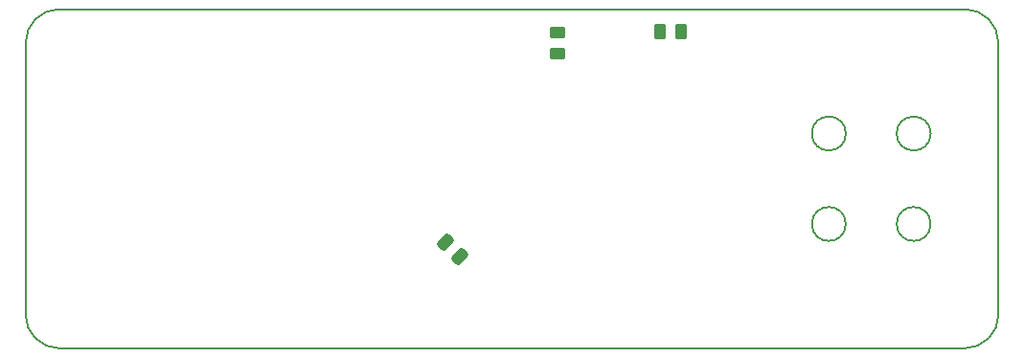
<source format=gbr>
%TF.GenerationSoftware,KiCad,Pcbnew,(6.0.7)*%
%TF.CreationDate,2023-03-06T12:08:33-08:00*%
%TF.ProjectId,Foot Pedal PCB,466f6f74-2050-4656-9461-6c205043422e,A1*%
%TF.SameCoordinates,PX8917370PY68e7780*%
%TF.FileFunction,Paste,Bot*%
%TF.FilePolarity,Positive*%
%FSLAX46Y46*%
G04 Gerber Fmt 4.6, Leading zero omitted, Abs format (unit mm)*
G04 Created by KiCad (PCBNEW (6.0.7)) date 2023-03-06 12:08:33*
%MOMM*%
%LPD*%
G01*
G04 APERTURE LIST*
G04 Aperture macros list*
%AMRoundRect*
0 Rectangle with rounded corners*
0 $1 Rounding radius*
0 $2 $3 $4 $5 $6 $7 $8 $9 X,Y pos of 4 corners*
0 Add a 4 corners polygon primitive as box body*
4,1,4,$2,$3,$4,$5,$6,$7,$8,$9,$2,$3,0*
0 Add four circle primitives for the rounded corners*
1,1,$1+$1,$2,$3*
1,1,$1+$1,$4,$5*
1,1,$1+$1,$6,$7*
1,1,$1+$1,$8,$9*
0 Add four rect primitives between the rounded corners*
20,1,$1+$1,$2,$3,$4,$5,0*
20,1,$1+$1,$4,$5,$6,$7,0*
20,1,$1+$1,$6,$7,$8,$9,0*
20,1,$1+$1,$8,$9,$2,$3,0*%
G04 Aperture macros list end*
%TA.AperFunction,Profile*%
%ADD10C,0.200000*%
%TD*%
%ADD11RoundRect,0.250000X-0.450000X0.262500X-0.450000X-0.262500X0.450000X-0.262500X0.450000X0.262500X0*%
%ADD12RoundRect,0.250000X-0.262500X-0.450000X0.262500X-0.450000X0.262500X0.450000X-0.262500X0.450000X0*%
%ADD13RoundRect,0.250000X0.512652X0.159099X0.159099X0.512652X-0.512652X-0.159099X-0.159099X-0.512652X0*%
G04 APERTURE END LIST*
D10*
X29500000Y-4000000D02*
G75*
G03*
X29500000Y-4000000I-1500000J0D01*
G01*
X-43000000Y12000000D02*
X-43000000Y9000000D01*
X43000000Y-9000000D02*
X43000000Y-12000000D01*
X40000000Y15000000D02*
X-40000000Y15000000D01*
X43000000Y12000000D02*
G75*
G03*
X40000000Y15000000I-3000000J0D01*
G01*
X-43000000Y-12000000D02*
G75*
G03*
X-40000000Y-15000000I3000000J0D01*
G01*
X43000000Y9000000D02*
X43000000Y-9000000D01*
X43000000Y9000000D02*
X43000000Y12000000D01*
X40000000Y-15000000D02*
X-40000000Y-15000000D01*
X29500000Y4000000D02*
G75*
G03*
X29500000Y4000000I-1500000J0D01*
G01*
X-43000000Y-12000000D02*
X-43000000Y-9000000D01*
X37000000Y4000000D02*
G75*
G03*
X37000000Y4000000I-1500000J0D01*
G01*
X-40000000Y15000000D02*
G75*
G03*
X-43000000Y12000000I0J-3000000D01*
G01*
X36999997Y-4000000D02*
G75*
G03*
X36999997Y-4000000I-1500000J0D01*
G01*
X-43000000Y-9000000D02*
X-43000000Y9000000D01*
X40000000Y-15000000D02*
G75*
G03*
X43000000Y-12000000I0J3000000D01*
G01*
D11*
%TO.C,R1*%
X4000000Y12912500D03*
X4000000Y11087500D03*
%TD*%
D12*
%TO.C,R2*%
X13087500Y13000000D03*
X14912500Y13000000D03*
%TD*%
D13*
%TO.C,C1*%
X-4578249Y-6921751D03*
X-5921751Y-5578249D03*
%TD*%
M02*

</source>
